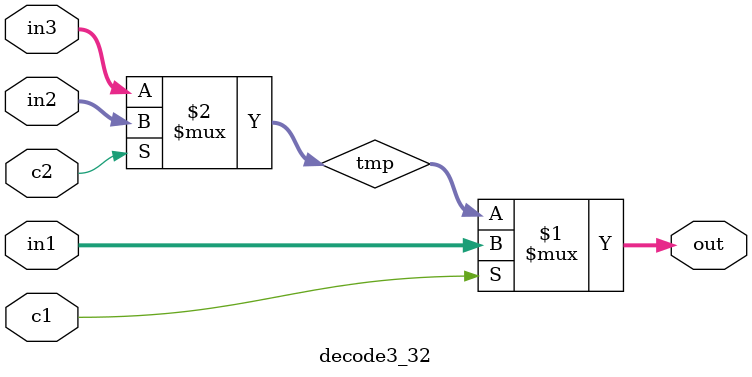
<source format=v>
`timescale 1ns / 1ps
module decode3_32(in1,in2,in3,c1,c2,out
    );
	input wire [31:0] in1,in2,in3;
	input wire c1,c2;
	output wire [31:0] out;
	
	wire [31:0] tmp;
	
	assign out = c1?in1:tmp;
	assign tmp = c2?in2:in3;

endmodule

</source>
